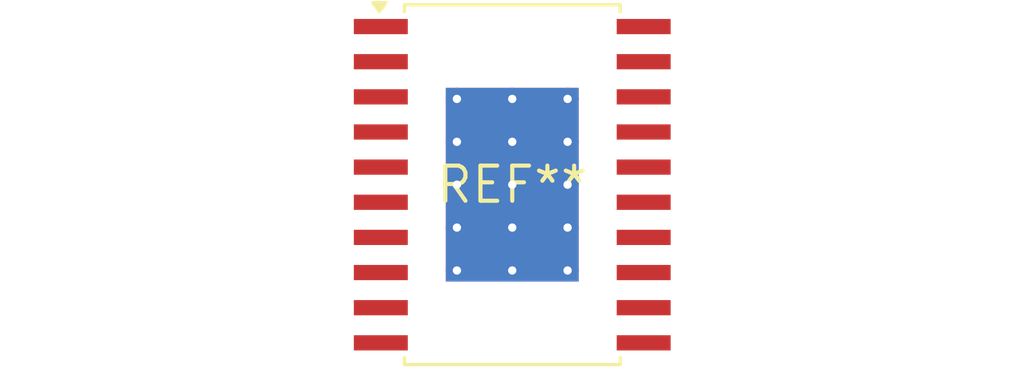
<source format=kicad_pcb>
(kicad_pcb (version 20240108) (generator pcbnew)
  (layers (0 "F.Cu" signal) (31 "B.Cu" signal) (34 "B.Paste" user) (35 "F.Paste" user) (36 "B.SilkS" user "B.Silkscreen") (37 "F.SilkS" user "F.Silkscreen") (38 "B.Mask" user) (39 "F.Mask" user) (44 "Edge.Cuts" user))
  (net 0 "")
  (footprint "Infineon_PG-DSO-20-30_ThermalVias" (layer "F.Cu") (at 0 0)
    (property "Reference" "REF**")
    (property "Value" "Infineon_PG-DSO-20-30_ThermalVias")
    (fp_line (start -3.9 -6.5) (end 3.9 -6.5) (layer "F.SilkS") (stroke (width 0.12)))
    (fp_line (start -3.9 -6.25) (end -3.9 -6.5) (layer "F.SilkS") (stroke (width 0.12)))
    (fp_line (start -3.9 6.5) (end -3.9 6.25) (layer "F.SilkS") (stroke (width 0.12)))
    (fp_line (start 3.9 -6.25) (end 3.9 -6.5) (layer "F.SilkS") (stroke (width 0.12)))
    (fp_line (start 3.9 6.5) (end -3.9 6.5) (layer "F.SilkS") (stroke (width 0.12)))
    (fp_line (start 3.9 6.5) (end 3.9 6.25) (layer "F.SilkS") (stroke (width 0.12)))
    (fp_poly (pts (xy -4.8 -6.25) (xy -5.04 -6.58) (xy -4.56 -6.58) (xy -4.8 -6.25)) (layer "F.SilkS") (stroke (width 0.12)) (fill solid))
    (pad "1" smd rect (at -4.75 -5.715 90) (size 0.55 1.95) (layers "F.Cu" "F.Paste" "F.Mask"))
    (pad "2" smd rect (at -4.75 -4.445 90) (size 0.55 1.95) (layers "F.Cu" "F.Paste" "F.Mask"))
    (pad "3" smd rect (at -4.75 -3.175 90) (size 0.55 1.95) (layers "F.Cu" "F.Paste" "F.Mask"))
    (pad "4" smd rect (at -4.75 -1.905 90) (size 0.55 1.95) (layers "F.Cu" "F.Paste" "F.Mask"))
    (pad "5" smd rect (at -4.75 -0.635 90) (size 0.55 1.95) (layers "F.Cu" "F.Paste" "F.Mask"))
    (pad "6" smd rect (at -4.75 0.635 90) (size 0.55 1.95) (layers "F.Cu" "F.Paste" "F.Mask"))
    (pad "7" smd rect (at -4.75 1.905 90) (size 0.55 1.95) (layers "F.Cu" "F.Paste" "F.Mask"))
    (pad "8" smd rect (at -4.75 3.175 90) (size 0.55 1.95) (layers "F.Cu" "F.Paste" "F.Mask"))
    (pad "9" smd rect (at -4.75 4.445 90) (size 0.55 1.95) (layers "F.Cu" "F.Paste" "F.Mask"))
    (pad "10" smd rect (at -4.75 5.715 90) (size 0.55 1.95) (layers "F.Cu" "F.Paste" "F.Mask"))
    (pad "11" smd rect (at 4.75 5.715 90) (size 0.55 1.95) (layers "F.Cu" "F.Paste" "F.Mask"))
    (pad "12" smd rect (at 4.75 4.445 90) (size 0.55 1.95) (layers "F.Cu" "F.Paste" "F.Mask"))
    (pad "13" smd rect (at 4.75 3.175 90) (size 0.55 1.95) (layers "F.Cu" "F.Paste" "F.Mask"))
    (pad "14" smd rect (at 4.75 1.905 90) (size 0.55 1.95) (layers "F.Cu" "F.Paste" "F.Mask"))
    (pad "15" smd rect (at 4.75 0.635 90) (size 0.55 1.95) (layers "F.Cu" "F.Paste" "F.Mask"))
    (pad "16" smd rect (at 4.75 -0.635 90) (size 0.55 1.95) (layers "F.Cu" "F.Paste" "F.Mask"))
    (pad "17" smd rect (at 4.75 -1.905 90) (size 0.55 1.95) (layers "F.Cu" "F.Paste" "F.Mask"))
    (pad "18" smd rect (at 4.75 -3.175 90) (size 0.55 1.95) (layers "F.Cu" "F.Paste" "F.Mask"))
    (pad "19" smd rect (at 4.75 -4.445 90) (size 0.55 1.95) (layers "F.Cu" "F.Paste" "F.Mask"))
    (pad "20" smd rect (at 4.75 -5.715 90) (size 0.55 1.95) (layers "F.Cu" "F.Paste" "F.Mask"))
    (pad "21" thru_hole circle (at -2 -3.1) (size 0.8 0.8) (drill 0.3) (layers *.Cu) (remove_unused_layers))
    (pad "21" thru_hole circle (at -2 -1.55) (size 0.8 0.8) (drill 0.3) (layers *.Cu) (remove_unused_layers))
    (pad "21" thru_hole circle (at -2 0) (size 0.8 0.8) (drill 0.3) (layers *.Cu) (remove_unused_layers))
    (pad "21" thru_hole circle (at -2 1.55) (size 0.8 0.8) (drill 0.3) (layers *.Cu) (remove_unused_layers))
    (pad "21" thru_hole circle (at -2 3.1) (size 0.8 0.8) (drill 0.3) (layers *.Cu) (remove_unused_layers))
    (pad "21" thru_hole circle (at 0 -3.1) (size 0.8 0.8) (drill 0.3) (layers *.Cu) (remove_unused_layers))
    (pad "21" thru_hole circle (at 0 -1.55) (size 0.8 0.8) (drill 0.3) (layers *.Cu) (remove_unused_layers))
    (pad "21" thru_hole circle (at 0 0) (size 0.8 0.8) (drill 0.3) (layers *.Cu) (remove_unused_layers))
    (pad "21" smd rect (at 0 0) (size 4.8 7) (layers "F.Cu" "F.Mask"))
    (pad "21" smd rect (at 0 0) (size 4.8 7) (layers "B.Cu"))
    (pad "21" thru_hole circle (at 0 1.55) (size 0.8 0.8) (drill 0.3) (layers *.Cu) (remove_unused_layers))
    (pad "21" thru_hole circle (at 0 3.1) (size 0.8 0.8) (drill 0.3) (layers *.Cu) (remove_unused_layers))
    (pad "21" thru_hole circle (at 2 -3.1) (size 0.8 0.8) (drill 0.3) (layers *.Cu) (remove_unused_layers))
    (pad "21" thru_hole circle (at 2 -1.55) (size 0.8 0.8) (drill 0.3) (layers *.Cu) (remove_unused_layers))
    (pad "21" thru_hole circle (at 2 0) (size 0.8 0.8) (drill 0.3) (layers *.Cu) (remove_unused_layers))
    (pad "21" thru_hole circle (at 2 1.55) (size 0.8 0.8) (drill 0.3) (layers *.Cu) (remove_unused_layers))
    (pad "21" thru_hole circle (at 2 3.1) (size 0.8 0.8) (drill 0.3) (layers *.Cu) (remove_unused_layers))
  )
)
</source>
